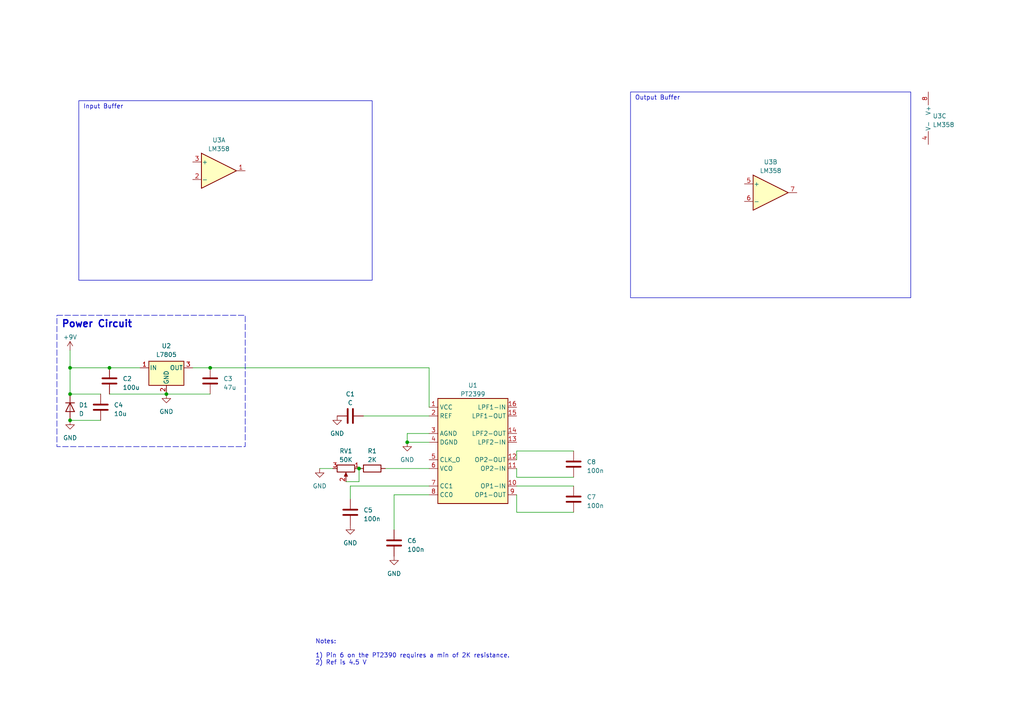
<source format=kicad_sch>
(kicad_sch (version 20230121) (generator eeschema)
  (paper "A4")
  (lib_symbols
    (symbol "Amplifier_Operational:LM358" (pin_names (offset 0.127))
      (property "Reference" "U" (at 0 5.08 0))
      (property "Value" "LM358" (at 0 -5.08 0))
      (symbol "LM358_1_1"
        (polyline (pts (xy -5.08 5.08) (xy 5.08 0) (xy -5.08 -5.08) (xy -5.08 5.08)) (stroke (width 0.254)) (fill (type background)))
        (pin output line (at 7.62 0 180) (length 2.54) (name "~") (number "1"))
        (pin input line (at -7.62 -2.54 0) (length 2.54) (name "-") (number "2"))
        (pin input line (at -7.62 2.54 0) (length 2.54) (name "+") (number "3"))
      )
      (symbol "LM358_2_1"
        (polyline (pts (xy -5.08 5.08) (xy 5.08 0) (xy -5.08 -5.08) (xy -5.08 5.08)) (stroke (width 0.254)) (fill (type background)))
        (pin input line (at -7.62 2.54 0) (length 2.54) (name "+") (number "5"))
        (pin input line (at -7.62 -2.54 0) (length 2.54) (name "-") (number "6"))
        (pin output line (at 7.62 0 180) (length 2.54) (name "~") (number "7"))
      )
      (symbol "LM358_3_1"
        (pin power_in line (at -2.54 -7.62 90) (length 3.81) (name "V-") (number "4"))
        (pin power_in line (at -2.54 7.62 270) (length 3.81) (name "V+") (number "8"))
      )
    )
    (symbol "Audio:PT2399"
      (property "Reference" "U" (at 0 17.78 0))
      (property "Value" "PT2399" (at 0 -17.78 0))
      (symbol "PT2399_0_1"
        (rectangle (start -10.16 15.24) (end 10.16 -15.24) (stroke (width 0.254)) (fill (type background)))
      )
      (symbol "PT2399_1_1"
        (pin power_in line (at -12.7 12.7 0) (length 2.54) (name "VCC") (number "1"))
        (pin input line (at 12.7 -10.16 180) (length 2.54) (name "OP1-IN") (number "10"))
        (pin input line (at 12.7 -5.08 180) (length 2.54) (name "OP2-IN") (number "11"))
        (pin output line (at 12.7 -2.54 180) (length 2.54) (name "OP2-OUT") (number "12"))
        (pin input line (at 12.7 2.54 180) (length 2.54) (name "LPF2-IN") (number "13"))
        (pin output line (at 12.7 5.08 180) (length 2.54) (name "LPF2-OUT") (number "14"))
        (pin output line (at 12.7 10.16 180) (length 2.54) (name "LPF1-OUT") (number "15"))
        (pin input line (at 12.7 12.7 180) (length 2.54) (name "LPF1-IN") (number "16"))
        (pin passive line (at -12.7 10.16 0) (length 2.54) (name "REF") (number "2"))
        (pin power_in line (at -12.7 5.08 0) (length 2.54) (name "AGND") (number "3"))
        (pin power_in line (at -12.7 2.54 0) (length 2.54) (name "DGND") (number "4"))
        (pin passive line (at -12.7 -2.54 0) (length 2.54) (name "CLK_O") (number "5"))
        (pin passive line (at -12.7 -5.08 0) (length 2.54) (name "VCO") (number "6"))
        (pin passive line (at -12.7 -10.16 0) (length 2.54) (name "CC1") (number "7"))
        (pin passive line (at -12.7 -12.7 0) (length 2.54) (name "CC0") (number "8"))
        (pin output line (at 12.7 -12.7 180) (length 2.54) (name "OP1-OUT") (number "9"))
      )
    )
    (symbol "Device:C" (pin_numbers hide) (pin_names (offset 0.254))
      (property "Reference" "C" (at 0.635 2.54 0))
      (property "Value" "C" (at 0.635 -2.54 0))
      (symbol "C_0_1"
        (polyline (pts (xy -2.032 -0.762) (xy 2.032 -0.762)) (stroke (width 0.508)))
        (polyline (pts (xy -2.032 0.762) (xy 2.032 0.762)) (stroke (width 0.508)))
      )
      (symbol "C_1_1"
        (pin passive line (at 0 3.81 270) (length 2.794) (name "~") (number "1"))
        (pin passive line (at 0 -3.81 90) (length 2.794) (name "~") (number "2"))
      )
    )
    (symbol "Device:D" (pin_numbers hide) (pin_names (offset 1.016) hide)
      (property "Reference" "D" (at 0 2.54 0))
      (property "Value" "D" (at 0 -2.54 0))
      (symbol "D_0_1"
        (polyline (pts (xy -1.27 1.27) (xy -1.27 -1.27)) (stroke (width 0.254)))
        (polyline (pts (xy 1.27 0) (xy -1.27 0)))
        (polyline (pts (xy 1.27 1.27) (xy 1.27 -1.27) (xy -1.27 0) (xy 1.27 1.27)) (stroke (width 0.254)))
      )
      (symbol "D_1_1"
        (pin passive line (at -3.81 0 0) (length 2.54) (name "K") (number "1"))
        (pin passive line (at 3.81 0 180) (length 2.54) (name "A") (number "2"))
      )
    )
    (symbol "Device:R" (pin_numbers hide) (pin_names (offset 0))
      (property "Reference" "R" (at 2.032 0 90))
      (property "Value" "R" (at 0 0 90))
      (symbol "R_0_1"
        (rectangle (start -1.016 -2.54) (end 1.016 2.54) (stroke (width 0.254)))
      )
      (symbol "R_1_1"
        (pin passive line (at 0 3.81 270) (length 1.27) (name "~") (number "1"))
        (pin passive line (at 0 -3.81 90) (length 1.27) (name "~") (number "2"))
      )
    )
    (symbol "Device:R_Potentiometer" (pin_names (offset 1.016) hide)
      (property "Reference" "RV" (at -4.445 0 90))
      (property "Value" "R_Potentiometer" (at -2.54 0 90))
      (symbol "R_Potentiometer_0_1"
        (polyline (pts (xy 2.54 0) (xy 1.524 0)))
        (polyline (pts (xy 1.143 0) (xy 2.286 0.508) (xy 2.286 -0.508) (xy 1.143 0)) (fill (type outline)))
        (rectangle (start 1.016 2.54) (end -1.016 -2.54) (stroke (width 0.254)))
      )
      (symbol "R_Potentiometer_1_1"
        (pin passive line (at 0 3.81 270) (length 1.27) (name "1") (number "1"))
        (pin passive line (at 3.81 0 180) (length 1.27) (name "2") (number "2"))
        (pin passive line (at 0 -3.81 90) (length 1.27) (name "3") (number "3"))
      )
    )
    (symbol "Regulator_Linear:L7805" (pin_names (offset 0.254))
      (property "Reference" "U" (at -3.81 3.175 0))
      (property "Value" "L7805" (at 0 3.175 0))
      (symbol "L7805_0_1"
        (rectangle (start -5.08 1.905) (end 5.08 -5.08) (stroke (width 0.254)) (fill (type background)))
      )
      (symbol "L7805_1_1"
        (pin power_in line (at -7.62 0 0) (length 2.54) (name "IN") (number "1"))
        (pin power_in line (at 0 -7.62 90) (length 2.54) (name "GND") (number "2"))
        (pin power_out line (at 7.62 0 180) (length 2.54) (name "OUT") (number "3"))
      )
    )
    (symbol "power:+9V" (power) (pin_names (offset 0))
      (property "Value" "+9V" (at 0 3.556 0))
      (symbol "+9V_0_1"
        (polyline (pts (xy -0.762 1.27) (xy 0 2.54)))
        (polyline (pts (xy 0 0) (xy 0 2.54)))
        (polyline (pts (xy 0 2.54) (xy 0.762 1.27)))
      )
      (symbol "+9V_1_1"
        (pin power_in line (at 0 0 90) (length 0) hide (name "+9V") (number "1"))
      )
    )
    (symbol "power:GND" (power) (pin_names (offset 0))
      (property "Value" "GND" (at 0 -3.81 0))
      (symbol "GND_0_1"
        (polyline (pts (xy 0 0) (xy 0 -1.27) (xy 1.27 -1.27) (xy 0 -2.54) (xy -1.27 -1.27) (xy 0 -1.27)))
      )
      (symbol "GND_1_1"
        (pin power_in line (at 0 0 270) (length 0) hide (name "GND") (number "1"))
      )
    )
  )
  (junction (at 31.75 106.68))
  (junction (at 20.32 121.92))
  (junction (at 60.96 106.68))
  (junction (at 118.11 128.27))
  (junction (at 104.14 135.89))
  (junction (at 20.32 106.68))
  (junction (at 48.26 114.3))
  (junction (at 20.32 114.3))
  (wire (pts (xy 149.86 138.43) (xy 149.86 135.89)))
  (wire (pts (xy 55.88 106.68) (xy 60.96 106.68)))
  (wire (pts (xy 166.37 130.81) (xy 149.86 130.81)))
  (wire (pts (xy 124.46 125.73) (xy 118.11 125.73)))
  (wire (pts (xy 104.14 139.7) (xy 104.14 135.89)))
  (wire (pts (xy 20.32 106.68) (xy 31.75 106.68)))
  (wire (pts (xy 114.3 143.51) (xy 114.3 153.67)))
  (wire (pts (xy 149.86 140.97) (xy 166.37 140.97)))
  (wire (pts (xy 100.33 139.7) (xy 104.14 139.7)))
  (wire (pts (xy 92.71 135.89) (xy 96.52 135.89)))
  (wire (pts (xy 149.86 148.59) (xy 166.37 148.59)))
  (wire (pts (xy 20.32 106.68) (xy 20.32 114.3)))
  (wire (pts (xy 20.32 114.3) (xy 29.21 114.3)))
  (wire (pts (xy 118.11 125.73) (xy 118.11 128.27)))
  (wire (pts (xy 101.6 140.97) (xy 101.6 144.78)))
  (wire (pts (xy 31.75 114.3) (xy 48.26 114.3)))
  (wire (pts (xy 124.46 118.11) (xy 124.46 106.68)))
  (wire (pts (xy 124.46 106.68) (xy 60.96 106.68)))
  (wire (pts (xy 118.11 128.27) (xy 124.46 128.27)))
  (wire (pts (xy 166.37 138.43) (xy 149.86 138.43)))
  (wire (pts (xy 31.75 106.68) (xy 40.64 106.68)))
  (wire (pts (xy 111.76 135.89) (xy 124.46 135.89)))
  (wire (pts (xy 149.86 130.81) (xy 149.86 133.35)))
  (wire (pts (xy 124.46 140.97) (xy 101.6 140.97)))
  (wire (pts (xy 48.26 114.3) (xy 60.96 114.3)))
  (wire (pts (xy 149.86 143.51) (xy 149.86 148.59)))
  (wire (pts (xy 105.41 120.65) (xy 124.46 120.65)))
  (wire (pts (xy 124.46 143.51) (xy 114.3 143.51)))
  (wire (pts (xy 20.32 121.92) (xy 29.21 121.92)))
  (wire (pts (xy 20.32 101.6) (xy 20.32 106.68)))
  (rectangle (start 22.86 29.21) (end 107.95 81.28))
  (rectangle (start 16.51 91.44) (end 71.12 129.54) (stroke (width 0) (type dash)))
  (rectangle (start 182.88 26.67) (end 264.16 86.36))
  (text "Power Circuit" (at 17.78 95.25 0) (effects (font (size 2 2) (thickness 0.4) bold) (justify left bottom)))
  (text "Output Buffer\n" (at 184.15 29.21 0) (effects (font (size 1.27 1.27)) (justify left bottom)))
  (text "Input Buffer" (at 24.13 31.75 0) (effects (font (size 1.27 1.27)) (justify left bottom)))
  (text "Notes:\n\n1) Pin 6 on the PT2390 requires a min of 2K resistance.\n2) Ref is 4.5 V" (at 91.44 193.04 0) (effects (font (size 1.27 1.27)) (justify left bottom)))
  (symbol (lib_id "Device:C") (at 101.6 120.65 90) (unit 1)
    (property "Reference" "C1" (at 101.6 114.3 90))
    (property "Value" "C" (at 101.6 116.84 90))
  )
  (symbol (lib_id "Device:C") (at 101.6 148.59 180) (unit 1)
    (property "Reference" "C5" (at 105.41 147.955 0) (effects (justify right)))
    (property "Value" "100n" (at 105.41 150.495 0) (effects (justify right)))
  )
  (symbol (lib_id "Device:C") (at 114.3 157.48 180) (unit 1)
    (property "Reference" "C6" (at 118.11 156.845 0) (effects (justify right)))
    (property "Value" "100n" (at 118.11 159.385 0) (effects (justify right)))
  )
  (symbol (lib_id "Device:R_Potentiometer") (at 100.33 135.89 270) (unit 1)
    (property "Reference" "RV1" (at 100.33 130.81 90))
    (property "Value" "50K" (at 100.33 133.35 90))
  )
  (symbol (lib_id "Amplifier_Operational:LM358") (at 63.5 49.53 0) (unit 1)
    (property "Reference" "U3" (at 63.5 40.64 0))
    (property "Value" "LM358" (at 63.5 43.18 0))
    (property "Datasheet" "http://www.ti.com/lit/ds/symlink/lm2904-n.pdf" (effects hide))
  )
  (symbol (lib_id "Device:C") (at 166.37 134.62 180) (unit 1)
    (property "Reference" "C8" (at 170.18 133.985 0) (effects (justify right)))
    (property "Value" "100n" (at 170.18 136.525 0) (effects (justify right)))
  )
  (symbol (lib_id "power:GND") (at 92.71 135.89 0) (unit 1)
    (property "Reference" "#PWR01" (effects hide))
    (property "Value" "GND" (at 92.71 140.97 0))
  )
  (symbol (lib_id "Device:C") (at 166.37 144.78 180) (unit 1)
    (property "Reference" "C7" (at 170.18 144.145 0) (effects (justify right)))
    (property "Value" "100n" (at 170.18 146.685 0) (effects (justify right)))
  )
  (symbol (lib_id "Audio:PT2399") (at 137.16 130.81 0) (unit 1)
    (property "Reference" "U1" (at 137.16 111.76 0))
    (property "Value" "PT2399" (at 137.16 114.3 0))
    (property "Datasheet" "http://sound.westhost.com/pt2399.pdf" (effects hide))
  )
  (symbol (lib_id "Device:D") (at 20.32 118.11 270) (unit 1)
    (property "Reference" "D1" (at 22.86 117.475 90) (effects (justify left)))
    (property "Value" "D" (at 22.86 120.015 90) (effects (justify left)))
    (property "Sim.Device" "D" (effects hide))
    (property "Sim.Pins" "1=K 2=A" (effects hide))
  )
  (symbol (lib_id "power:GND") (at 97.79 120.65 0) (unit 1)
    (property "Reference" "#PWR03" (effects hide))
    (property "Value" "GND" (at 97.79 125.73 0))
  )
  (symbol (lib_id "Amplifier_Operational:LM358") (at 271.78 34.29 0) (unit 3)
    (property "Reference" "U3" (at 270.51 33.655 0) (effects (justify left)))
    (property "Value" "LM358" (at 270.51 36.195 0) (effects (justify left)))
    (property "Datasheet" "http://www.ti.com/lit/ds/symlink/lm2904-n.pdf" (effects hide))
  )
  (symbol (lib_id "Device:C") (at 29.21 118.11 0) (unit 1)
    (property "Reference" "C4" (at 33.02 117.475 0) (effects (justify left)))
    (property "Value" "10u" (at 33.02 120.015 0) (effects (justify left)))
  )
  (symbol (lib_id "Amplifier_Operational:LM358") (at 223.52 55.88 0) (unit 2)
    (property "Reference" "U3" (at 223.52 46.99 0))
    (property "Value" "LM358" (at 223.52 49.53 0))
    (property "Datasheet" "http://www.ti.com/lit/ds/symlink/lm2904-n.pdf" (effects hide))
  )
  (symbol (lib_id "power:GND") (at 118.11 128.27 0) (unit 1)
    (property "Reference" "#PWR02" (effects hide))
    (property "Value" "GND" (at 118.11 133.35 0))
  )
  (symbol (lib_id "Regulator_Linear:L7805") (at 48.26 106.68 0) (unit 1)
    (property "Reference" "U2" (at 48.26 100.33 0))
    (property "Value" "L7805" (at 48.26 102.87 0))
    (property "Datasheet" "http://www.st.com/content/ccc/resource/technical/document/datasheet/41/4f/b3/b0/12/d4/47/88/CD00000444.pdf/files/CD00000444.pdf/jcr:content/translations/en.CD00000444.pdf" (effects hide))
  )
  (symbol (lib_id "Device:R") (at 107.95 135.89 90) (unit 1)
    (property "Reference" "R1" (at 107.95 130.81 90))
    (property "Value" "2K" (at 107.95 133.35 90))
  )
  (symbol (lib_id "power:GND") (at 114.3 161.29 0) (unit 1)
    (property "Reference" "#PWR08" (effects hide))
    (property "Value" "GND" (at 114.3 166.37 0))
  )
  (symbol (lib_id "Device:C") (at 31.75 110.49 0) (unit 1)
    (property "Reference" "C2" (at 35.56 109.855 0) (effects (justify left)))
    (property "Value" "100u" (at 35.56 112.395 0) (effects (justify left)))
  )
  (symbol (lib_id "power:GND") (at 48.26 114.3 0) (unit 1)
    (property "Reference" "#PWR04" (effects hide))
    (property "Value" "GND" (at 48.26 119.38 0))
  )
  (symbol (lib_id "power:+9V") (at 20.32 101.6 0) (unit 1)
    (property "Reference" "#PWR06" (effects hide))
    (property "Value" "+9V" (at 20.32 97.79 0))
  )
  (symbol (lib_id "power:GND") (at 101.6 152.4 0) (unit 1)
    (property "Reference" "#PWR07" (effects hide))
    (property "Value" "GND" (at 101.6 157.48 0))
  )
  (symbol (lib_id "power:GND") (at 20.32 121.92 0) (unit 1)
    (property "Reference" "#PWR05" (effects hide))
    (property "Value" "GND" (at 20.32 127 0))
  )
  (symbol (lib_id "Device:C") (at 60.96 110.49 0) (unit 1)
    (property "Reference" "C3" (at 64.77 109.855 0) (effects (justify left)))
    (property "Value" "47u" (at 64.77 112.395 0) (effects (justify left)))
  )
)
</source>
